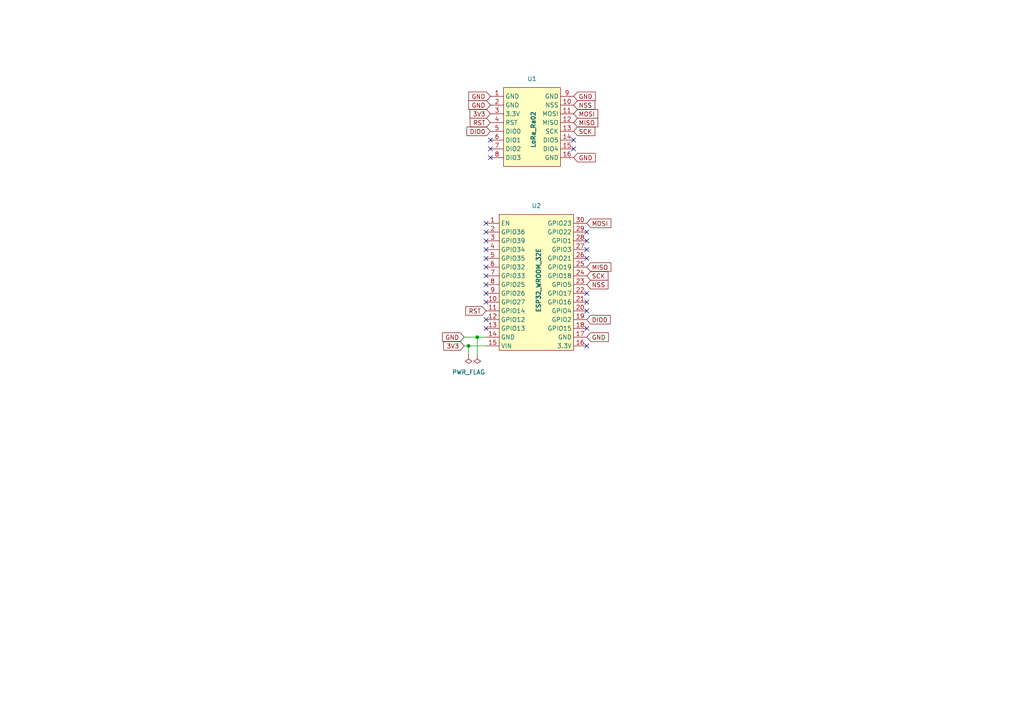
<source format=kicad_sch>
(kicad_sch (version 20231120) (generator "eeschema") (generator_version "8.0")
  (paper "A4")
  (lib_symbols
    (symbol "drdo:ESP32_WROOM_32E"
      (property "Reference" "U" (at 2.54 21.59 0))
      (property "Value" "ESP32_WROOM_32E" (at 3.81 0 90))
      (symbol "ESP32_WROOM_32E_1_1"
        (rectangle (start -7.62 19.05) (end 13.97 -20.32) (fill (type background)))
        (pin input line (at -11.43 16.51 0) (length 3.81) (name "EN") (number "1"))
        (pin bidirectional line (at -11.43 -6.35 0) (length 3.81) (name "GPIO27") (number "10"))
        (pin bidirectional line (at -11.43 -8.89 0) (length 3.81) (name "GPIO14") (number "11"))
        (pin bidirectional line (at -11.43 -11.43 0) (length 3.81) (name "GPIO12") (number "12"))
        (pin bidirectional line (at -11.43 -13.97 0) (length 3.81) (name "GPIO13") (number "13"))
        (pin power_in line (at -11.43 -16.51 0) (length 3.81) (name "GND") (number "14"))
        (pin power_in line (at -11.43 -19.05 0) (length 3.81) (name "VIN") (number "15"))
        (pin power_out line (at 17.78 -19.05 180) (length 3.81) (name "3.3V") (number "16"))
        (pin power_in line (at 17.78 -16.51 180) (length 3.81) (name "GND") (number "17"))
        (pin bidirectional line (at 17.78 -13.97 180) (length 3.81) (name "GPIO15") (number "18"))
        (pin bidirectional line (at 17.78 -11.43 180) (length 3.81) (name "GPIO2") (number "19"))
        (pin input line (at -11.43 13.97 0) (length 3.81) (name "GPIO36") (number "2"))
        (pin bidirectional line (at 17.78 -8.89 180) (length 3.81) (name "GPIO4") (number "20"))
        (pin input line (at 17.78 -6.35 180) (length 3.81) (name "GPIO16") (number "21"))
        (pin output line (at 17.78 -3.81 180) (length 3.81) (name "GPIO17") (number "22"))
        (pin bidirectional line (at 17.78 -1.27 180) (length 3.81) (name "GPIO5") (number "23"))
        (pin bidirectional line (at 17.78 1.27 180) (length 3.81) (name "GPIO18") (number "24"))
        (pin bidirectional line (at 17.78 3.81 180) (length 3.81) (name "GPIO19") (number "25"))
        (pin bidirectional line (at 17.78 6.35 180) (length 3.81) (name "GPIO21") (number "26"))
        (pin input line (at 17.78 8.89 180) (length 3.81) (name "GPIO3") (number "27"))
        (pin output line (at 17.78 11.43 180) (length 3.81) (name "GPIO1") (number "28"))
        (pin bidirectional line (at 17.78 13.97 180) (length 3.81) (name "GPIO22") (number "29"))
        (pin input line (at -11.43 11.43 0) (length 3.81) (name "GPIO39") (number "3"))
        (pin bidirectional line (at 17.78 16.51 180) (length 3.81) (name "GPIO23") (number "30"))
        (pin input line (at -11.43 8.89 0) (length 3.81) (name "GPIO34") (number "4"))
        (pin input line (at -11.43 6.35 0) (length 3.81) (name "GPIO35") (number "5"))
        (pin bidirectional line (at -11.43 3.81 0) (length 3.81) (name "GPIO32") (number "6"))
        (pin bidirectional line (at -11.43 1.27 0) (length 3.81) (name "GPIO33") (number "7"))
        (pin bidirectional line (at -11.43 -1.27 0) (length 3.81) (name "GPIO25") (number "8"))
        (pin bidirectional line (at -11.43 -3.81 0) (length 3.81) (name "GPIO26") (number "9"))
      )
    )
    (symbol "drdo:LoRa_Ra02"
      (property "Reference" "U" (at 7.62 5.08 0))
      (property "Value" "LoRa_Ra02" (at 7.366 -9.652 90))
      (symbol "LoRa_Ra02_1_1"
        (rectangle (start -1.27 2.54) (end 15.24 -20.32) (fill (type background)))
        (pin power_in line (at -5.08 0 0) (length 3.81) (name "GND") (number "1"))
        (pin input line (at 19.05 -2.54 180) (length 3.81) (name "NSS") (number "10"))
        (pin input line (at 19.05 -5.08 180) (length 3.81) (name "MOSI") (number "11"))
        (pin output line (at 19.05 -7.62 180) (length 3.81) (name "MISO") (number "12"))
        (pin input line (at 19.05 -10.16 180) (length 3.81) (name "SCK") (number "13"))
        (pin bidirectional line (at 19.05 -12.7 180) (length 3.81) (name "DIO5") (number "14"))
        (pin bidirectional line (at 19.05 -15.24 180) (length 3.81) (name "DIO4") (number "15"))
        (pin power_in line (at 19.05 -17.78 180) (length 3.81) (name "GND") (number "16"))
        (pin power_in line (at -5.08 -2.54 0) (length 3.81) (name "GND") (number "2"))
        (pin power_in line (at -5.08 -5.08 0) (length 3.81) (name "3.3V") (number "3"))
        (pin input line (at -5.08 -7.62 0) (length 3.81) (name "RST") (number "4"))
        (pin bidirectional line (at -5.08 -10.16 0) (length 3.81) (name "DIO0") (number "5"))
        (pin bidirectional line (at -5.08 -12.7 0) (length 3.81) (name "DIO1") (number "6"))
        (pin bidirectional line (at -5.08 -15.24 0) (length 3.81) (name "DIO2") (number "7"))
        (pin bidirectional line (at -5.08 -17.78 0) (length 3.81) (name "DIO3") (number "8"))
        (pin power_in line (at 19.05 0 180) (length 3.81) (name "GND") (number "9"))
      )
    )
    (symbol "power:PWR_FLAG" (power) (pin_numbers hide) (pin_names (offset 0) hide)
      (property "Value" "PWR_FLAG" (at 0 3.81 0))
      (symbol "PWR_FLAG_0_0"
        (pin power_out line (at 0 0 90) (length 0) (name "~") (number "1"))
      )
      (symbol "PWR_FLAG_0_1"
        (polyline (pts (xy 0 0) (xy 0 1.27) (xy -1.016 1.905) (xy 0 2.54) (xy 1.016 1.905) (xy 0 1.27)))
      )
    )
  )
  (junction (at 138.43 97.79))
  (junction (at 135.89 100.33))
  (no_connect (at 140.97 67.31))
  (no_connect (at 140.97 95.25))
  (no_connect (at 140.97 77.47))
  (no_connect (at 166.37 43.18))
  (no_connect (at 140.97 72.39))
  (no_connect (at 140.97 87.63))
  (no_connect (at 140.97 82.55))
  (no_connect (at 170.18 85.09))
  (no_connect (at 140.97 64.77))
  (no_connect (at 140.97 69.85))
  (no_connect (at 170.18 90.17))
  (no_connect (at 140.97 80.01))
  (no_connect (at 170.18 100.33))
  (no_connect (at 170.18 72.39))
  (no_connect (at 142.24 40.64))
  (no_connect (at 142.24 45.72))
  (no_connect (at 140.97 85.09))
  (no_connect (at 140.97 92.71))
  (no_connect (at 170.18 87.63))
  (no_connect (at 170.18 67.31))
  (no_connect (at 140.97 74.93))
  (no_connect (at 142.24 43.18))
  (no_connect (at 170.18 69.85))
  (no_connect (at 170.18 95.25))
  (no_connect (at 166.37 40.64))
  (no_connect (at 170.18 74.93))
  (wire (pts (xy 135.89 100.33) (xy 135.89 102.87)))
  (wire (pts (xy 138.43 97.79) (xy 138.43 102.87)))
  (wire (pts (xy 134.62 97.79) (xy 138.43 97.79)))
  (wire (pts (xy 134.62 100.33) (xy 135.89 100.33)))
  (wire (pts (xy 138.43 97.79) (xy 140.97 97.79)))
  (wire (pts (xy 135.89 100.33) (xy 140.97 100.33)))
  (global_label "GND" (shape input) (at 166.37 27.94 0) (property "Intersheetrefs" "${INTERSHEET_REFS}" (effects (hide yes))))
  (global_label "MOSI" (shape input) (at 170.18 64.77 0) (property "Intersheetrefs" "${INTERSHEET_REFS}" (effects (hide yes))))
  (global_label "GND" (shape input) (at 166.37 45.72 0) (property "Intersheetrefs" "${INTERSHEET_REFS}" (effects (hide yes))))
  (global_label "GND" (shape input) (at 142.24 27.94 180) (property "Intersheetrefs" "${INTERSHEET_REFS}" (effects (hide yes))))
  (global_label "GND" (shape input) (at 170.18 97.79 0) (property "Intersheetrefs" "${INTERSHEET_REFS}" (effects (hide yes))))
  (global_label "MOSI" (shape input) (at 166.37 33.02 0) (property "Intersheetrefs" "${INTERSHEET_REFS}" (effects (hide yes))))
  (global_label "RST" (shape input) (at 140.97 90.17 180) (property "Intersheetrefs" "${INTERSHEET_REFS}" (effects (hide yes))))
  (global_label "3V3" (shape input) (at 134.62 100.33 180) (property "Intersheetrefs" "${INTERSHEET_REFS}" (effects (hide yes))))
  (global_label "GND" (shape input) (at 142.24 30.48 180) (property "Intersheetrefs" "${INTERSHEET_REFS}" (effects (hide yes))))
  (global_label "GND" (shape input) (at 134.62 97.79 180) (property "Intersheetrefs" "${INTERSHEET_REFS}" (effects (hide yes))))
  (global_label "3V3" (shape input) (at 142.24 33.02 180) (property "Intersheetrefs" "${INTERSHEET_REFS}" (effects (hide yes))))
  (global_label "RST" (shape input) (at 142.24 35.56 180) (property "Intersheetrefs" "${INTERSHEET_REFS}" (effects (hide yes))))
  (global_label "SCK" (shape input) (at 170.18 80.01 0) (property "Intersheetrefs" "${INTERSHEET_REFS}" (effects (hide yes))))
  (global_label "DIO0" (shape input) (at 142.24 38.1 180) (property "Intersheetrefs" "${INTERSHEET_REFS}" (effects (hide yes))))
  (global_label "MISO" (shape input) (at 166.37 35.56 0) (property "Intersheetrefs" "${INTERSHEET_REFS}" (effects (hide yes))))
  (global_label "NSS" (shape input) (at 170.18 82.55 0) (property "Intersheetrefs" "${INTERSHEET_REFS}" (effects (hide yes))))
  (global_label "SCK" (shape input) (at 166.37 38.1 0) (property "Intersheetrefs" "${INTERSHEET_REFS}" (effects (hide yes))))
  (global_label "NSS" (shape input) (at 166.37 30.48 0) (property "Intersheetrefs" "${INTERSHEET_REFS}" (effects (hide yes))))
  (global_label "MISO" (shape input) (at 170.18 77.47 0) (property "Intersheetrefs" "${INTERSHEET_REFS}" (effects (hide yes))))
  (global_label "DIO0" (shape input) (at 170.18 92.71 0) (property "Intersheetrefs" "${INTERSHEET_REFS}" (effects (hide yes))))
  (symbol (lib_id "power:PWR_FLAG") (at 135.89 102.87 180) (unit 1)
    (property "Reference" "#FLG01" (effects (hide yes)))
    (property "Value" "PWR_FLAG" (at 135.89 107.95 0))
    (property "Description" "Special symbol for telling ERC where power comes from" (effects (hide yes)))
  )
  (symbol (lib_id "drdo:ESP32_WROOM_32E") (at 152.4 81.28 0) (unit 1)
    (property "Reference" "U2" (at 155.575 59.69 0))
    (property "Value" "ESP32_WROOM_32E" (at 156.21 81.28 90) (effects (font (bold yes))))
    (property "Footprint" "drdo:ESP32_WROOM_32E" (effects (hide yes)))
  )
  (symbol (lib_id "drdo:LoRa_Ra02") (at 147.32 27.94 0) (unit 1)
    (property "Reference" "U1" (at 154.305 22.86 0))
    (property "Value" "LoRa_Ra02" (at 154.686 37.592 90) (effects (font (bold yes))))
    (property "Footprint" "drdo:LoRA_Ra02" (effects (hide yes)))
  )
  (symbol (lib_id "power:PWR_FLAG") (at 138.43 102.87 180) (unit 1)
    (property "Reference" "#FLG02" (effects (hide yes)))
    (property "Value" "PWR_FLAG" (effects (hide yes)))
    (property "Description" "Special symbol for telling ERC where power comes from" (effects (hide yes)))
  )
)
</source>
